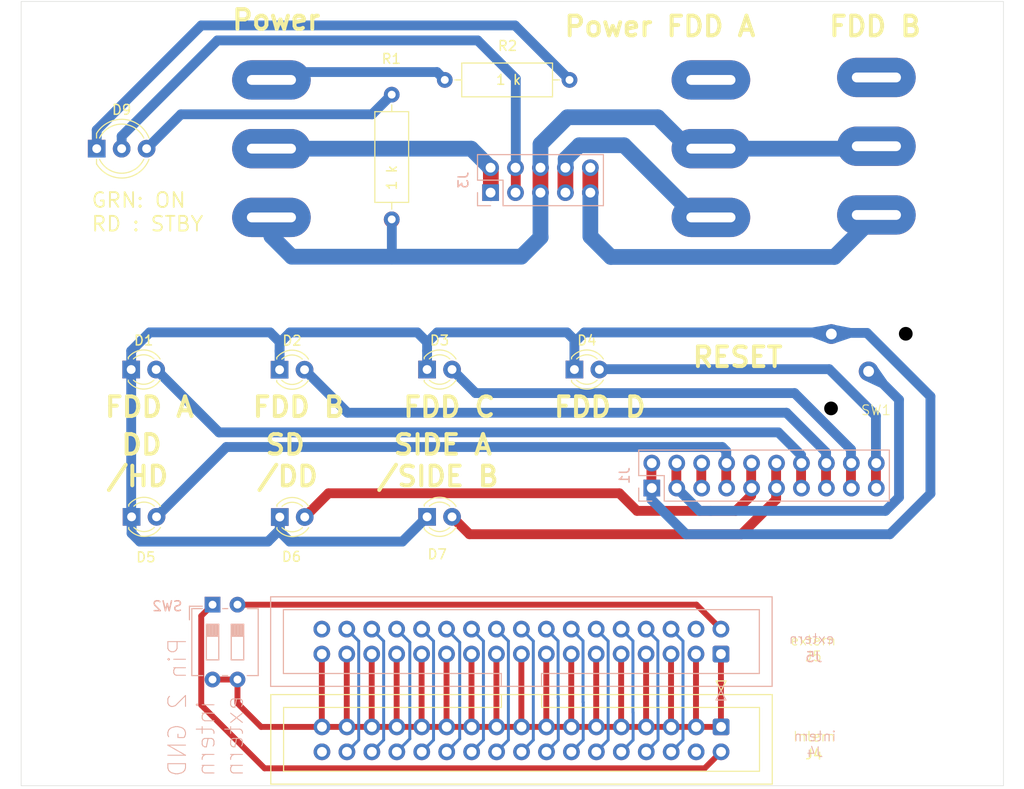
<source format=kicad_pcb>
(kicad_pcb (version 20240108) (generator "pcbnew") (generator_version "8.0")
  (layers (0 "F.Cu" signal) (31 "B.Cu" signal) (34 "B.Paste" user) (35 "F.Paste" user) (36 "B.SilkS" user "B.Silkscreen") (37 "F.SilkS" user "F.Silkscreen") (38 "B.Mask" user) (39 "F.Mask" user) (44 "Edge.Cuts" user))
  (net 0 "")
  (net 1 "Net-(FDD_A1-A)")
  (net 2 "Net-(FDD_A1-B)")
  (net 3 "Net-(Power1-C)")
  (net 4 "Net-(D1-K)")
  (net 5 "Net-(J3-Pin_1)")
  (net 6 "Net-(D9-A1)")
  (net 7 "Net-(D9-A2)")
  (net 9 "Net-(D1-A)")
  (net 10 "Net-(D2-A)")
  (net 11 "Net-(D3-A)")
  (net 12 "Net-(D4-A)")
  (net 13 "Net-(D5-A)")
  (net 14 "Net-(D6-A)")
  (net 15 "Net-(D7-A)")
  (net 16 "unconnected-(J1-Pin_5-Pad5)")
  (net 17 "Net-(J1-Pin_3)")
  (net 18 "Net-(D9-K)")
  (net 19 "Net-(J4-Pin_26)")
  (net 20 "Net-(J4-Pin_1)")
  (net 21 "Net-(J4-Pin_32)")
  (net 22 "Net-(J4-Pin_28)")
  (net 23 "Net-(J4-Pin_8)")
  (net 24 "Net-(J4-Pin_10)")
  (net 25 "Net-(J4-Pin_18)")
  (net 26 "Net-(J4-Pin_16)")
  (net 27 "Net-(J4-Pin_2)")
  (net 28 "Net-(J4-Pin_24)")
  (net 29 "Net-(J4-Pin_12)")
  (net 30 "Net-(J4-Pin_22)")
  (net 31 "Net-(J4-Pin_6)")
  (net 32 "Net-(J4-Pin_20)")
  (net 33 "Net-(J4-Pin_14)")
  (net 34 "Net-(J4-Pin_30)")
  (net 35 "Net-(J5-Pin_2)")
  (net 40 "Net-(FDD_B1-A)")
  (footprint "Connector_IDC:IDC-Header_2x17_P2.54mm_Vertical" (layer "F.Cu") (at 122.7836 105.1052 -90)
    (property "Reference" "J4" (at 2.794 -9.4488 0) (layer "F.SilkS"))
    (property "Value" "Mainboard")
    (pad "1" thru_hole roundrect (at 0 0 270) (size 1.7 1.7) (drill 1) (layers "*.Cu" "*.Mask") (roundrect_rratio 0.147059) (net 20 "Net-(J4-Pin_1)"))
    (pad "2" thru_hole circle (at 2.54 0 270) (size 1.7 1.7) (drill 1) (layers "*.Cu" "*.Mask") (net 27 "Net-(J4-Pin_2)"))
    (pad "3" thru_hole circle (at 0 2.54 270) (size 1.7 1.7) (drill 1) (layers "*.Cu" "*.Mask") (net 20 "Net-(J4-Pin_1)"))
    (pad "4" thru_hole circle (at 2.54 2.54 270) (size 1.7 1.7) (drill 1) (layers "*.Cu" "*.Mask"))
    (pad "5" thru_hole circle (at 0 5.08 270) (size 1.7 1.7) (drill 1) (layers "*.Cu" "*.Mask") (net 20 "Net-(J4-Pin_1)"))
    (pad "6" thru_hole circle (at 2.54 5.08 270) (size 1.7 1.7) (drill 1) (layers "*.Cu" "*.Mask") (net 31 "Net-(J4-Pin_6)"))
    (pad "7" thru_hole circle (at 0 7.62 270) (size 1.7 1.7) (drill 1) (layers "*.Cu" "*.Mask") (net 20 "Net-(J4-Pin_1)"))
    (pad "8" thru_hole circle (at 2.54 7.62 270) (size 1.7 1.7) (drill 1) (layers "*.Cu" "*.Mask") (net 23 "Net-(J4-Pin_8)"))
    (pad "9" thru_hole circle (at 0 10.16 270) (size 1.7 1.7) (drill 1) (layers "*.Cu" "*.Mask") (net 20 "Net-(J4-Pin_1)"))
    (pad "10" thru_hole circle (at 2.54 10.16 270) (size 1.7 1.7) (drill 1) (layers "*.Cu" "*.Mask") (net 24 "Net-(J4-Pin_10)"))
    (pad "11" thru_hole circle (at 0 12.7 270) (size 1.7 1.7) (drill 1) (layers "*.Cu" "*.Mask") (net 20 "Net-(J4-Pin_1)"))
    (pad "12" thru_hole circle (at 2.54 12.7 270) (size 1.7 1.7) (drill 1) (layers "*.Cu" "*.Mask") (net 29 "Net-(J4-Pin_12)"))
    (pad "13" thru_hole circle (at 0 15.24 270) (size 1.7 1.7) (drill 1) (layers "*.Cu" "*.Mask") (net 20 "Net-(J4-Pin_1)"))
    (pad "14" thru_hole circle (at 2.54 15.24 270) (size 1.7 1.7) (drill 1) (layers "*.Cu" "*.Mask") (net 33 "Net-(J4-Pin_14)"))
    (pad "15" thru_hole circle (at 0 17.78 270) (size 1.7 1.7) (drill 1) (layers "*.Cu" "*.Mask") (net 20 "Net-(J4-Pin_1)"))
    (pad "16" thru_hole circle (at 2.54 17.78 270) (size 1.7 1.7) (drill 1) (layers "*.Cu" "*.Mask") (net 26 "Net-(J4-Pin_16)"))
    (pad "17" thru_hole circle (at 0 20.32 270) (size 1.7 1.7) (drill 1) (layers "*.Cu" "*.Mask") (net 20 "Net-(J4-Pin_1)"))
    (pad "18" thru_hole circle (at 2.54 20.32 270) (size 1.7 1.7) (drill 1) (layers "*.Cu" "*.Mask") (net 25 "Net-(J4-Pin_18)"))
    (pad "19" thru_hole circle (at 0 22.86 270) (size 1.7 1.7) (drill 1) (layers "*.Cu" "*.Mask") (net 20 "Net-(J4-Pin_1)"))
    (pad "20" thru_hole circle (at 2.54 22.86 270) (size 1.7 1.7) (drill 1) (layers "*.Cu" "*.Mask") (net 32 "Net-(J4-Pin_20)"))
    (pad "21" thru_hole circle (at 0 25.4 270) (size 1.7 1.7) (drill 1) (layers "*.Cu" "*.Mask") (net 20 "Net-(J4-Pin_1)"))
    (pad "22" thru_hole circle (at 2.54 25.4 270) (size 1.7 1.7) (drill 1) (layers "*.Cu" "*.Mask") (net 30 "Net-(J4-Pin_22)"))
    (pad "23" thru_hole circle (at 0 27.94 270) (size 1.7 1.7) (drill 1) (layers "*.Cu" "*.Mask") (net 20 "Net-(J4-Pin_1)"))
    (pad "24" thru_hole circle (at 2.54 27.94 270) (size 1.7 1.7) (drill 1) (layers "*.Cu" "*.Mask") (net 28 "Net-(J4-Pin_24)"))
    (pad "25" thru_hole circle (at 0 30.48 270) (size 1.7 1.7) (drill 1) (layers "*.Cu" "*.Mask") (net 20 "Net-(J4-Pin_1)"))
    (pad "26" thru_hole circle (at 2.54 30.48 270) (size 1.7 1.7) (drill 1) (layers "*.Cu" "*.Mask") (net 19 "Net-(J4-Pin_26)"))
    (pad "27" thru_hole circle (at 0 33.02 270) (size 1.7 1.7) (drill 1) (layers "*.Cu" "*.Mask") (net 20 "Net-(J4-Pin_1)"))
    (pad "28" thru_hole circle (at 2.54 33.02 270) (size 1.7 1.7) (drill 1) (layers "*.Cu" "*.Mask") (net 22 "Net-(J4-Pin_28)"))
    (pad "29" thru_hole circle (at 0 35.56 270) (size 1.7 1.7) (drill 1) (layers "*.Cu" "*.Mask") (net 20 "Net-(J4-Pin_1)"))
    (pad "30" thru_hole circle (at 2.54 35.56 270) (size 1.7 1.7) (drill 1) (layers "*.Cu" "*.Mask") (net 34 "Net-(J4-Pin_30)"))
    (pad "31" thru_hole circle (at 0 38.1 270) (size 1.7 1.7) (drill 1) (layers "*.Cu" "*.Mask") (net 20 "Net-(J4-Pin_1)"))
    (pad "32" thru_hole circle (at 2.54 38.1 270) (size 1.7 1.7) (drill 1) (layers "*.Cu" "*.Mask") (net 21 "Net-(J4-Pin_32)"))
    (pad "33" thru_hole circle (at 0 40.64 270) (size 1.7 1.7) (drill 1) (layers "*.Cu" "*.Mask") (net 20 "Net-(J4-Pin_1)"))
    (pad "34" thru_hole circle (at 2.54 40.64 270) (size 1.7 1.7) (drill 1) (layers "*.Cu" "*.Mask"))
  )
  (footprint "LED_THT:LED_D3.0mm" (layer "F.Cu") (at 92.8484 68.7164)
    (property "Reference" "D3" (at 1.27 -2.96 0) (layer "F.SilkS"))
    (property "Value" "LW C")
    (pad "1" thru_hole rect (at 0 0) (size 1.8 1.8) (drill 0.9) (layers "*.Cu" "*.Mask") (net 4 "Net-(D1-K)"))
    (pad "2" thru_hole circle (at 2.54 0) (size 1.8 1.8) (drill 0.9) (layers "*.Cu" "*.Mask") (net 11 "Net-(D3-A)"))
  )
  (footprint "LED_THT:LED_D3.0mm" (layer "F.Cu") (at 62.7584 83.7164)
    (property "Reference" "D5" (at 1.4528 4.1168 0) (layer "F.SilkS"))
    (property "Value" "BS")
    (pad "1" thru_hole rect (at 0 0) (size 1.8 1.8) (drill 0.9) (layers "*.Cu" "*.Mask") (net 4 "Net-(D1-K)"))
    (pad "2" thru_hole circle (at 2.54 0) (size 1.8 1.8) (drill 0.9) (layers "*.Cu" "*.Mask") (net 13 "Net-(D5-A)"))
  )
  (footprint "MountingHole:MountingHole_3.2mm_M3" (layer "F.Cu") (at 54.5084 84.5312)
    (property "Reference" "H12" (hide yes))
    (property "Value" "MountingHole")
    (pad "" np_thru_hole circle (at 0 0) (size 3.2 3.2) (drill 3.2) (layers "*.Cu" "*.Mask"))
  )
  (footprint "LED_THT:LED_D3.0mm" (layer "F.Cu") (at 62.7184 68.7164)
    (property "Reference" "D1" (at 1.27 -2.96 0) (layer "F.SilkS"))
    (property "Value" "LW A")
    (pad "1" thru_hole rect (at 0 0) (size 1.8 1.8) (drill 0.9) (layers "*.Cu" "*.Mask") (net 4 "Net-(D1-K)"))
    (pad "2" thru_hole circle (at 2.54 0) (size 1.8 1.8) (drill 0.9) (layers "*.Cu" "*.Mask") (net 9 "Net-(D1-A)"))
  )
  (footprint "LED_THT:LED_D3.0mm" (layer "F.Cu") (at 92.8484 83.7164)
    (property "Reference" "D7" (at 1.03 3.812 0) (layer "F.SilkS"))
    (property "Value" "Side")
    (pad "1" thru_hole rect (at 0 0) (size 1.8 1.8) (drill 0.9) (layers "*.Cu" "*.Mask") (net 4 "Net-(D1-K)"))
    (pad "2" thru_hole circle (at 2.54 0) (size 1.8 1.8) (drill 0.9) (layers "*.Cu" "*.Mask") (net 15 "Net-(D7-A)"))
  )
  (footprint "MountingHole:MountingHole_3.2mm_M3" (layer "F.Cu") (at 54.498 37.728)
    (property "Reference" "H1" (hide yes))
    (property "Value" "MountingHole" (hide yes))
    (pad "" np_thru_hole circle (at 0 0) (size 3.2 3.2) (drill 3.2) (layers "*.Cu" "*.Mask"))
  )
  (footprint "LED_THT:LED_D5.0mm-3" (layer "F.Cu") (at 59.208 46.228)
    (property "Reference" "D9" (at 2.54 -3.96 0) (layer "F.SilkS"))
    (property "Value" "LED_Dual_AKA")
    (pad "1" thru_hole rect (at 0 0) (size 1.8 1.8) (drill 0.9) (layers "*.Cu" "*.Mask") (net 6 "Net-(D9-A1)"))
    (pad "2" thru_hole circle (at 2.54 0) (size 1.8 1.8) (drill 0.9) (layers "*.Cu" "*.Mask") (net 18 "Net-(D9-K)"))
    (pad "3" thru_hole circle (at 5.08 0) (size 1.8 1.8) (drill 0.9) (layers "*.Cu" "*.Mask") (net 7 "Net-(D9-A2)"))
  )
  (footprint "LED_THT:LED_D3.0mm" (layer "F.Cu") (at 77.8284 68.7364)
    (property "Reference" "D2" (at 1.27 -2.96 0) (layer "F.SilkS"))
    (property "Value" "LW B")
    (pad "1" thru_hole rect (at 0 0) (size 1.8 1.8) (drill 0.9) (layers "*.Cu" "*.Mask") (net 4 "Net-(D1-K)"))
    (pad "2" thru_hole circle (at 2.54 0) (size 1.8 1.8) (drill 0.9) (layers "*.Cu" "*.Mask") (net 10 "Net-(D2-A)"))
  )
  (footprint "MountingHole:MountingHole_3.2mm_M3" (layer "F.Cu") (at 148.5084 67.7164)
    (property "Reference" "H3" (hide yes))
    (property "Value" "MountingHole" (hide yes))
    (pad "" np_thru_hole circle (at 0 0) (size 3.2 3.2) (drill 3.2) (layers "*.Cu" "*.Mask"))
  )
  (footprint "MountingHole:MountingHole_3.2mm_M3" (layer "F.Cu") (at 148.498 37.728)
    (property "Reference" "H2" (hide yes))
    (property "Value" "MountingHole" (hide yes))
    (pad "" np_thru_hole circle (at 0 0) (size 3.2 3.2) (drill 3.2) (layers "*.Cu" "*.Mask"))
  )
  (footprint "MountingHole:MountingHole_3.2mm_M3" (layer "F.Cu") (at 148.4884 54.5592)
    (property "Reference" "H9" (hide yes))
    (property "Value" "MountingHole")
    (pad "" np_thru_hole circle (at 0 0) (size 3.2 3.2) (drill 3.2) (layers "*.Cu" "*.Mask"))
  )
  (footprint "MountingHole:MountingHole_3.2mm_M3" (layer "F.Cu") (at 54.5084 67.7164)
    (property "Reference" "H4" (hide yes))
    (property "Value" "MountingHole" (hide yes))
    (pad "" np_thru_hole circle (at 0 0) (size 3.2 3.2) (drill 3.2) (layers "*.Cu" "*.Mask"))
  )
  (footprint "Library:MTG" (layer "F.Cu") (at 137.3484 93.2364)
    (property "Reference" "SW1" (at 1.21 -20.38 0) (layer "F.SilkS") (effects (font (thickness 0.1))))
    (property "Value" "SW_Push")
    (pad "" np_thru_hole circle (at -3.37 -20.56) (size 1.4 1.4) (drill 1.4) (layers "*.Mask"))
    (pad "" np_thru_hole circle (at 4.24 -28.16) (size 1.4 1.4) (drill 1.4) (layers "*.Mask"))
    (pad "1" thru_hole circle (at -3.34 -28.13) (size 2 2) (drill 1.1) (layers "*.Cu" "*.Mask") (net 4 "Net-(D1-K)"))
    (pad "2" thru_hole circle (at 0.455 -24.335) (size 2 2) (drill 1.1) (layers "*.Cu" "*.Mask") (net 17 "Net-(J1-Pin_3)"))
  )
  (footprint "MountingHole:MountingHole_3.2mm_M3" (layer "F.Cu") (at 59.8424 106.3752)
    (property "Reference" "H6" (hide yes))
    (property "Value" "MountingHole")
    (pad "" np_thru_hole circle (at 0 0) (size 3.2 3.2) (drill 3.2) (layers "*.Cu" "*.Mask"))
  )
  (footprint "MountingHole:MountingHole_3.2mm_M3" (layer "F.Cu") (at 54.5084 54.5592)
    (property "Reference" "H11" (hide yes))
    (property "Value" "MountingHole")
    (pad "" np_thru_hole circle (at 0 0) (size 3.2 3.2) (drill 3.2) (layers "*.Cu" "*.Mask"))
  )
  (footprint "LED_THT:LED_D3.0mm" (layer "F.Cu") (at 107.8484 68.7164)
    (property "Reference" "D4" (at 1.27 -2.96 0) (layer "F.SilkS"))
    (property "Value" "LW D")
    (pad "1" thru_hole rect (at 0 0) (size 1.8 1.8) (drill 0.9) (layers "*.Cu" "*.Mask") (net 4 "Net-(D1-K)"))
    (pad "2" thru_hole circle (at 2.54 0) (size 1.8 1.8) (drill 0.9) (layers "*.Cu" "*.Mask") (net 12 "Net-(D4-A)"))
  )
  (footprint "MountingHole:MountingHole_3.2mm_M3" (layer "F.Cu") (at 59.7916 96.3676)
    (property "Reference" "H5" (hide yes))
    (property "Value" "MountingHole")
    (pad "" np_thru_hole circle (at 0 0) (size 3.2 3.2) (drill 3.2) (layers "*.Cu" "*.Mask"))
  )
  (footprint "MountingHole:MountingHole_3.2mm_M3" (layer "F.Cu") (at 139.8524 106.3752)
    (property "Reference" "H8" (hide yes))
    (property "Value" "MountingHole")
    (pad "" np_thru_hole circle (at 0 0) (size 3.2 3.2) (drill 3.2) (layers "*.Cu" "*.Mask"))
  )
  (footprint "LED_THT:LED_D3.0mm" (layer "F.Cu") (at 77.8484 83.7364)
    (property "Reference" "D6" (at 1.1964 4.046 0) (layer "F.SilkS"))
    (property "Value" "DD")
    (pad "1" thru_hole rect (at 0 0) (size 1.8 1.8) (drill 0.9) (layers "*.Cu" "*.Mask") (net 4 "Net-(D1-K)"))
    (pad "2" thru_hole circle (at 2.54 0) (size 1.8 1.8) (drill 0.9) (layers "*.Cu" "*.Mask") (net 14 "Net-(D6-A)"))
  )
  (footprint "MountingHole:MountingHole_3.2mm_M3" (layer "F.Cu") (at 139.8016 96.3676)
    (property "Reference" "H7" (hide yes))
    (property "Value" "MountingHole")
    (pad "" np_thru_hole circle (at 0 0) (size 3.2 3.2) (drill 3.2) (layers "*.Cu" "*.Mask"))
  )
  (footprint "MountingHole:MountingHole_3.2mm_M3" (layer "F.Cu") (at 148.4884 84.5312)
    (property "Reference" "H10" (hide yes))
    (property "Value" "MountingHole")
    (pad "" np_thru_hole circle (at 0 0) (size 3.2 3.2) (drill 3.2) (layers "*.Cu" "*.Mask"))
  )
  (footprint "Resistor_THT:R_Axial_DIN0309_L9.0mm_D3.2mm_P12.70mm_Horizontal" (layer "F.Cu") (at 89.248 40.728 -90)
    (property "Reference" "R1" (at -3.644 0.0432 0) (layer "F.SilkS"))
    (property "Value" "1 k" (at 8.4464 -0.0076 90) (layer "F.SilkS"))
    (pad "1" thru_hole circle (at 0 0 270) (size 1.6 1.6) (drill 0.8) (layers "*.Cu" "*.Mask") (net 7 "Net-(D9-A2)"))
    (pad "2" thru_hole oval (at 12.7 0 270) (size 1.6 1.6) (drill 0.8) (layers "*.Cu" "*.Mask") (net 2 "Net-(FDD_A1-B)"))
  )
  (footprint "Library:MARQUARDT KIPP 1813.1102" (layer "F.Cu") (at 121.948 63.328)
    (property "Reference" "FDD_A1" (hide yes))
    (property "Value" "SW2")
    (pad "1" thru_hole oval (at -0.2 -24.1) (size 8 4) (drill oval 5 1) (layers "*.Cu" "*.Mask"))
    (pad "2" thru_hole oval (at -0.2 -17.1) (size 8 4) (drill oval 5 1) (layers "*.Cu" "*.Mask") (net 2 "Net-(FDD_A1-B)"))
    (pad "3" thru_hole oval (at -0.2 -10.1) (size 8 4) (drill oval 5 1) (layers "*.Cu" "*.Mask") (net 1 "Net-(FDD_A1-A)"))
  )
  (footprint "Library:MARQUARDT KIPP 1813.1102" (layer "F.Cu") (at 77.198 63.328)
    (property "Reference" "Power1" (hide yes))
    (property "Value" "SW1")
    (pad "1" thru_hole oval (at -0.2 -24.1) (size 8 4) (drill oval 5 1) (layers "*.Cu" "*.Mask") (net 3 "Net-(Power1-C)"))
    (pad "2" thru_hole oval (at -0.2 -17.1) (size 8 4) (drill oval 5 1) (layers "*.Cu" "*.Mask") (net 5 "Net-(J3-Pin_1)"))
    (pad "3" thru_hole oval (at -0.2 -10.1) (size 8 4) (drill oval 5 1) (layers "*.Cu" "*.Mask") (net 2 "Net-(FDD_A1-B)"))
  )
  (footprint "Library:MARQUARDT KIPP 1813.1102" (layer "F.Cu") (at 138.798 63.078)
    (property "Reference" "FDD_B1" (hide yes))
    (property "Value" "SW3")
    (pad "1" thru_hole oval (at -0.2 -24.1) (size 8 4) (drill oval 5 1) (layers "*.Cu" "*.Mask"))
    (pad "2" thru_hole oval (at -0.2 -17.1) (size 8 4) (drill oval 5 1) (layers "*.Cu" "*.Mask") (net 2 "Net-(FDD_A1-B)"))
    (pad "3" thru_hole oval (at -0.2 -10.1) (size 8 4) (drill oval 5 1) (layers "*.Cu" "*.Mask") (net 40 "Net-(FDD_B1-A)"))
  )
  (footprint "Resistor_THT:R_Axial_DIN0309_L9.0mm_D3.2mm_P12.70mm_Horizontal" (layer "F.Cu") (at 107.348 39.228 180)
    (property "Reference" "R2" (at 6.3068 3.4648 0) (layer "F.SilkS"))
    (property "Value" "1 k" (at 6.2052 0.0104 0) (layer "F.SilkS"))
    (pad "1" thru_hole circle (at 0 0 180) (size 1.6 1.6) (drill 0.8) (layers "*.Cu" "*.Mask") (net 6 "Net-(D9-A1)"))
    (pad "2" thru_hole oval (at 12.7 0 180) (size 1.6 1.6) (drill 0.8) (layers "*.Cu" "*.Mask") (net 3 "Net-(Power1-C)"))
  )
  (footprint "Button_Switch_THT:SW_DIP_SPSTx02_Slide_6.7x6.64mm_W7.62mm_P2.54mm_LowProfile" (layer "B.Cu") (at 71.0004 92.6596 -90)
    (property "Reference" "SW2" (at 0.152 4.6048 0) (layer "B.SilkS") (effects (justify mirror)))
    (property "Value" "SW_DIP_x02")
    (pad "1" thru_hole rect (at 0 0 270) (size 1.6 1.6) (drill 0.8) (layers "*.Cu" "*.Mask") (net 27 "Net-(J4-Pin_2)"))
    (pad "2" thru_hole oval (at 0 -2.54 270) (size 1.6 1.6) (drill 0.8) (layers "*.Cu" "*.Mask") (net 35 "Net-(J5-Pin_2)"))
    (pad "3" thru_hole oval (at 7.62 -2.54 270) (size 1.6 1.6) (drill 0.8) (layers "*.Cu" "*.Mask") (net 20 "Net-(J4-Pin_1)"))
    (pad "4" thru_hole oval (at 7.62 0 270) (size 1.6 1.6) (drill 0.8) (layers "*.Cu" "*.Mask") (net 20 "Net-(J4-Pin_1)"))
  )
  (footprint "Connector_IDC:IDC-Header_2x17_P2.54mm_Vertical" (layer "B.Cu") (at 122.7676 97.6884 90)
    (property "Reference" "J5" (at -0.3048 9.4648 0) (layer "B.SilkS") (effects (justify mirror)))
    (property "Value" "FDD extern")
    (pad "1" thru_hole roundrect (at 0 0 90) (size 1.7 1.7) (drill 1) (layers "*.Cu" "*.Mask") (roundrect_rratio 0.147059) (net 20 "Net-(J4-Pin_1)"))
    (pad "2" thru_hole circle (at 2.54 0 90) (size 1.7 1.7) (drill 1) (layers "*.Cu" "*.Mask") (net 35 "Net-(J5-Pin_2)"))
    (pad "3" thru_hole circle (at 0 -2.54 90) (size 1.7 1.7) (drill 1) (layers "*.Cu" "*.Mask") (net 20 "Net-(J4-Pin_1)"))
    (pad "4" thru_hole circle (at 2.54 -2.54 90) (size 1.7 1.7) (drill 1) (layers "*.Cu" "*.Mask"))
    (pad "5" thru_hole circle (at 0 -5.08 90) (size 1.7 1.7) (drill 1) (layers "*.Cu" "*.Mask") (net 20 "Net-(J4-Pin_1)"))
    (pad "6" thru_hole circle (at 2.54 -5.08 90) (size 1.7 1.7) (drill 1) (layers "*.Cu" "*.Mask") (net 31 "Net-(J4-Pin_6)"))
    (pad "7" thru_hole circle (at 0 -7.62 90) (size 1.7 1.7) (drill 1) (layers "*.Cu" "*.Mask") (net 20 "Net-(J4-Pin_1)"))
    (pad "8" thru_hole circle (at 2.54 -7.62 90) (size 1.7 1.7) (drill 1) (layers "*.Cu" "*.Mask") (net 23 "Net-(J4-Pin_8)"))
    (pad "9" thru_hole circle (at 0 -10.16 90) (size 1.7 1.7) (drill 1) (layers "*.Cu" "*.Mask") (net 20 "Net-(J4-Pin_1)"))
    (pad "10" thru_hole circle (at 2.54 -10.16 90) (size 1.7 1.7) (drill 1) (layers "*.Cu" "*.Mask") (net 24 "Net-(J4-Pin_10)"))
    (pad "11" thru_hole circle (at 0 -12.7 90) (size 1.7 1.7) (drill 1) (layers "*.Cu" "*.Mask") (net 20 "Net-(J4-Pin_1)"))
    (pad "12" thru_hole circle (at 2.54 -12.7 90) (size 1.7 1.7) (drill 1) (layers "*.Cu" "*.Mask") (net 29 "Net-(J4-Pin_12)"))
    (pad "13" thru_hole circle (at 0 -15.24 90) (size 1.7 1.7) (drill 1) (layers "*.Cu" "*.Mask") (net 20 "Net-(J4-Pin_1)"))
    (pad "14" thru_hole circle (at 2.54 -15.24 90) (size 1.7 1.7) (drill 1) (layers "*.Cu" "*.Mask") (net 33 "Net-(J4-Pin_14)"))
    (pad "15" thru_hole circle (at 0 -17.78 90) (size 1.7 1.7) (drill 1) (layers "*.Cu" "*.Mask") (net 20 "Net-(J4-Pin_1)"))
    (pad "16" thru_hole circle (at 2.54 -17.78 90) (size 1.7 1.7) (drill 1) (layers "*.Cu" "*.Mask") (net 26 "Net-(J4-Pin_16)"))
    (pad "17" thru_hole circle (at 0 -20.32 90) (size 1.7 1.7) (drill 1) (layers "*.Cu" "*.Mask") (net 20 "Net-(J4-Pin_1)"))
    (pad "18" thru_hole circle (at 2.54 -20.32 90) (size 1.7 1.7) (drill 1) (layers "*.Cu" "*.Mask") (net 25 "Net-(J4-Pin_18)"))
    (pad "19" thru_hole circle (at 0 -22.86 90) (size 1.7 1.7) (drill 1) (layers "*.Cu" "*.Mask") (net 20 "Net-(J4-Pin_1)"))
    (pad "20" thru_hole circle (at 2.54 -22.86 90) (size 1.7 1.7) (drill 1) (layers "*.Cu" "*.Mask") (net 32 "Net-(J4-Pin_20)"))
    (pad "21" thru_hole circle (at 0 -25.4 90) (size 1.7 1.7) (drill 1) (layers "*.Cu" "*.Mask") (net 20 "Net-(J4-Pin_1)"))
    (pad "22" thru_hole circle (at 2.54 -25.4 90) (size 1.7 1.7) (drill 1) (layers "*.Cu" "*.Mask") (net 30 "Net-(J4-Pin_22)"))
    (pad "23" thru_hole circle (at 0 -27.94 90) (size 1.7 1.7) (drill 1) (layers "*.Cu" "*.Mask") (net 20 "Net-(J4-Pin_1)"))
    (pad "24" thru_hole circle (at 2.54 -27.94 90) (size 1.7 1.7) (drill 1) (layers "*.Cu" "*.Mask") (net 28 "Net-(J4-Pin_24)"))
    (pad "25" thru_hole circle (at 0 -30.48 90) (size 1.7 1.7) (drill 1) (layers "*.Cu" "*.Mask") (net 20 "Net-(J4-Pin_1)"))
    (pad "26" thru_hole circle (at 2.54 -30.48 90) (size 1.7 1.7) (drill 1) (layers "*.Cu" "*.Mask") (net 19 "Net-(J4-Pin_26)"))
    (pad "27" thru_hole circle (at 0 -33.02 90) (size 1.7 1.7) (drill 1) (layers "*.Cu" "*.Mask") (net 20 "Net-(J4-Pin_1)"))
    (pad "28" thru_hole circle (at 2.54 -33.02 90) (size 1.7 1.7) (drill 1) (layers "*.Cu" "*.Mask") (net 22 "Net-(J4-Pin_28)"))
    (pad "29" thru_hole circle (at 0 -35.56 90) (size 1.7 1.7) (drill 1) (layers "*.Cu" "*.Mask") (net 20 "Net-(J4-Pin_1)"))
    (pad "30" thru_hole circle (at 2.54 -35.56 90) (size 1.7 1.7) (drill 1) (layers "*.Cu" "*.Mask") (net 34 "Net-(J4-Pin_30)"))
    (pad "31" thru_hole circle (at 0 -38.1 90) (size 1.7 1.7) (drill 1) (layers "*.Cu" "*.Mask") (net 20 "Net-(J4-Pin_1)"))
    (pad "32" thru_hole circle (at 2.54 -38.1 90) (size 1.7 1.7) (drill 1) (layers "*.Cu" "*.Mask") (net 21 "Net-(J4-Pin_32)"))
    (pad "33" thru_hole circle (at 0 -40.64 90) (size 1.7 1.7) (drill 1) (layers "*.Cu" "*.Mask") (net 20 "Net-(J4-Pin_1)"))
    (pad "34" thru_hole circle (at 2.54 -40.64 90) (size 1.7 1.7) (drill 1) (layers "*.Cu" "*.Mask"))
  )
  (footprint "Connector_PinSocket_2.54mm:PinSocket_2x10_P2.54mm_Vertical" (layer "B.Cu") (at 115.7264 80.786 -90)
    (property "Reference" "J1" (at -1.27 2.77 90) (layer "B.SilkS") (effects (justify mirror)))
    (property "Value" "Conn_02x10_Odd_Even" (hide yes))
    (pad "1" thru_hole rect (at 0 0 270) (size 1.7 1.7) (drill 1) (layers "*.Cu" "*.Mask") (net 4 "Net-(D1-K)"))
    (pad "2" thru_hole oval (at -2.54 0 270) (size 1.7 1.7) (drill 1) (layers "*.Cu" "*.Mask") (net 4 "Net-(D1-K)"))
    (pad "3" thru_hole oval (at 0 -2.54 270) (size 1.7 1.7) (drill 1) (layers "*.Cu" "*.Mask") (net 17 "Net-(J1-Pin_3)"))
    (pad "4" thru_hole oval (at -2.54 -2.54 270) (size 1.7 1.7) (drill 1) (layers "*.Cu" "*.Mask") (net 17 "Net-(J1-Pin_3)"))
    (pad "5" thru_hole oval (at 0 -5.08 270) (size 1.7 1.7) (drill 1) (layers "*.Cu" "*.Mask") (net 16 "unconnected-(J1-Pin_5-Pad5)"))
    (pad "6" thru_hole oval (at -2.54 -5.08 270) (size 1.7 1.7) (drill 1) (layers "*.Cu" "*.Mask") (net 16 "unconnected-(J1-Pin_5-Pad5)"))
    (pad "7" thru_hole oval (at 0 -7.62 270) (size 1.7 1.7) (drill 1) (layers "*.Cu" "*.Mask") (net 13 "Net-(D5-A)"))
    (pad "8" thru_hole oval (at -2.54 -7.62 270) (size 1.7 1.7) (drill 1) (layers "*.Cu" "*.Mask") (net 13 "Net-(D5-A)"))
    (pad "9" thru_hole oval (at 0 -10.16 270) (size 1.7 1.7) (drill 1) (layers "*.Cu" "*.Mask") (net 14 "Net-(D6-A)"))
    (pad "10" thru_hole oval (at -2.54 -10.16 270) (size 1.7 1.7) (drill 1) (layers "*.Cu" "*.Mask") (net 14 "Net-(D6-A)"))
    (pad "11" thru_hole oval (at 0 -12.7 270) (size 1.7 1.7) (drill 1) (layers "*.Cu" "*.Mask") (net 15 "Net-(D7-A)"))
    (pad "12" thru_hole oval (at -2.54 -12.7 270) (size 1.7 1.7) (drill 1) (layers "*.Cu" "*.Mask") (net 15 "Net-(D7-A)"))
    (pad "13" thru_hole oval (at 0 -15.24 270) (size 1.7 1.7) (drill 1) (layers "*.Cu" "*.Mask") (net 9 "Net-(D1-A)"))
    (pad "14" thru_hole oval (at -2.54 -15.24 270) (size 1.7 1.7) (drill 1) (layers "*.Cu" "*.Mask") (net 9 "Net-(D1-A)"))
    (pad "15" thru_hole oval (at 0 -17.78 270) (size 1.7 1.7) (drill 1) (layers "*.Cu" "*.Mask") (net 10 "Net-(D2-A)"))
    (pad "16" thru_hole oval (at -2.54 -17.78 270) (size 1.7 1.7) (drill 1) (layers "*.Cu" "*.Mask") (net 10 "Net-(D2-A)"))
    (pad "17" thru_hole oval (at 0 -20.32 270) (size 1.7 1.7) (drill 1) (layers "*.Cu" "*.Mask") (net 11 "Net-(D3-A)"))
    (pad "18" thru_hole oval (at -2.54 -20.32 270) (size 1.7 1.7) (drill 1) (layers "*.Cu" "*.Mask") (net 11 "Net-(D3-A)"))
    (pad "19" thru_hole oval (at 0 -22.86 270) (size 1.7 1.7) (drill 1) (layers "*.Cu" "*.Mask") (net 12 "Net-(D4-A)"))
    (pad "20" thru_hole oval (at -2.54 -22.86 270) (size 1.7 1.7) (drill 1) (layers "*.Cu" "*.Mask") (net 12 "Net-(D4-A)"))
  )
  (footprint "Connector_PinSocket_2.54mm:PinSocket_2x05_P2.54mm_Vertical" (layer "B.Cu") (at 99.3112 50.7044 -90)
    (property "Reference" "J3" (at -1.27 2.77 90) (layer "B.SilkS") (effects (justify mirror)))
    (property "Value" "Conn_02x05_Odd_Even" (hide yes))
    (pad "1" thru_hole rect (at 0 0 270) (size 1.7 1.7) (drill 1) (layers "*.Cu" "*.Mask") (net 5 "Net-(J3-Pin_1)"))
    (pad "2" thru_hole oval (at -2.54 0 270) (size 1.7 1.7) (drill 1) (layers "*.Cu" "*.Mask") (net 5 "Net-(J3-Pin_1)"))
    (pad "3" thru_hole oval (at 0 -2.54 270) (size 1.7 1.7) (drill 1) (layers "*.Cu" "*.Mask") (net 18 "Net-(D9-K)"))
    (pad "4" thru_hole oval (at -2.54 -2.54 270) (size 1.7 1.7) (drill 1) (layers "*.Cu" "*.Mask") (net 18 "Net-(D9-K)"))
    (pad "5" thru_hole oval (at 0 -5.08 270) (size 1.7 1.7) (drill 1) (layers "*.Cu" "*.Mask") (net 2 "Net-(FDD_A1-B)"))
    (pad "6" thru_hole oval (at -2.54 -5.08 270) (size 1.7 1.7) (drill 1) (layers "*.Cu" "*.Mask") (net 2 "Net-(FDD_A1-B)"))
    (pad "7" thru_hole oval (at 0 -7.62 270) (size 1.7 1.7) (drill 1) (layers "*.Cu" "*.Mask") (net 1 "Net-(FDD_A1-A)"))
    (pad "8" thru_hole oval (at -2.54 -7.62 270) (size 1.7 1.7) (drill 1) (layers "*.Cu" "*.Mask") (net 1 "Net-(FDD_A1-A)"))
    (pad "9" thru_hole oval (at 0 -10.16 270) (size 1.7 1.7) (drill 1) (layers "*.Cu" "*.Mask") (net 40 "Net-(FDD_B1-A)"))
    (pad "10" thru_hole oval (at -2.54 -10.16 270) (size 1.7 1.7) (drill 1) (layers "*.Cu" "*.Mask") (net 40 "Net-(FDD_B1-A)"))
  )
  (gr_rect (start 51.5112 31.242) (end 151.5364 111.0996) (stroke (width 0.05)) (fill none) (layer "Edge.Cuts"))
  (gr_text "Pin 2 GND\nintern\nextern" (at 74.2696 110.2868 90) (layer "B.SilkS") (effects (font (size 1.8 1.8) (thickness 0.1)) (justify right bottom mirror)))
  (gr_text "intern\nJ4" (at 132.334 108.2548 0) (layer "B.SilkS") (effects (font (size 1 1) (thickness 0.1)) (justify bottom mirror)))
  (gr_text "extern" (at 134.366 96.7232 0) (layer "B.SilkS") (effects (font (size 1 1) (thickness 0.1)) (justify left bottom mirror)))
  (gr_text "GRN: ON\nRD : STBY" (at 58.5724 54.7624 0) (layer "F.SilkS") (effects (font (size 1.5 1.5) (thickness 0.1875)) (justify left bottom)))
  (gr_text "Power FDD A     FDD B\n" (at 106.6292 34.9504 0) (layer "F.SilkS") (effects (font (size 2 2) (thickness 0.4) (bold yes)) (justify left bottom)))
  (gr_text "RESET" (at 119.6848 68.6308 0) (layer "F.SilkS") (effects (font (size 2 2) (thickness 0.4) (bold yes)) (justify left bottom)))
  (gr_text "extern\nJ5" (at 132.1816 98.5012 0) (layer "F.SilkS") (effects (font (size 1 1) (thickness 0.1)) (justify bottom)))
  (gr_text "FDD A    FDD B    FDD C    FDD D" (at 59.8424 73.7108 0) (layer "F.SilkS") (effects (font (size 2 2) (thickness 0.4) (bold yes)) (justify left bottom)))
  (gr_text "Intern" (at 130.048 106.68 0) (layer "F.SilkS") (effects (font (size 1 1) (thickness 0.1)) (justify left bottom)))
  (gr_text " DD       SD      SIDE A\n/HD      /DD    /SIDE B" (at 59.9948 80.772 0) (layer "F.SilkS") (effects (font (size 2 2) (thickness 0.4) (bold yes)) (justify left bottom)))
  (gr_text "Power" (at 72.7964 34.29 0) (layer "F.SilkS") (effects (font (size 2 2) (thickness 0.4) (bold yes)) (justify left bottom)))
  (segment (start 120.248 53.228) (end 121.748 53.228) (width 1) (layer "F.Cu") (net 1))
  (segment (start 106.9312 48.1644) (end 106.9312 50.7044) (width 1.6) (layer "F.Cu") (net 1))
  (segment (start 112.898 45.878) (end 120.248 53.228) (width 1.6) (layer "B.Cu") (net 1))
  (segment (start 108.348 45.878) (end 112.898 45.878) (width 1.6) (layer "B.Cu") (net 1))
  (segment (start 106.958 47.268) (end 108.348 45.878) (width 1.6) (layer "B.Cu") (net 1))
  (segment (start 106.958 48.228) (end 106.958 47.268) (width 1.6) (layer "B.Cu") (net 1))
  (segment (start 119.5324 46.228) (end 121.748 46.228) (width 1.6) (layer "F.Cu") (net 2))
  (segment (start 138.348 46.228) (end 138.598 45.978) (width 1) (layer "F.Cu") (net 2))
  (segment (start 104.3912 48.1644) (end 104.3912 50.7044) (width 1.6) (layer "F.Cu") (net 2))
  (segment (start 89.248 53.478) (end 89.2556 53.4856) (width 1) (layer "F.Cu") (net 2))
  (segment (start 89.248 53.428) (end 89.248 53.478) (width 1.6) (layer "F.Cu") (net 2))
  (segment (start 104.3912 45.7736) (end 104.3912 48.1644) (width 1.6) (layer "B.Cu") (net 2))
  (segment (start 104.3912 50.7044) (end 104.3912 55.2196) (width 1.6) (layer "B.Cu") (net 2))
  (segment (start 104.418 45.7468) (end 104.3912 45.7736) (width 0.3) (layer "B.Cu") (net 2))
  (segment (start 89.2556 57.228) (end 79.072 57.228) (width 1.6) (layer "B.Cu") (net 2))
  (segment (start 121.748 46.228) (end 138.348 46.228) (width 1.6) (layer "B.Cu") (net 2))
  (segment (start 104.418 45.7468) (end 107.1372 43.0276) (width 1.6) (layer "B.Cu") (net 2))
  (segment (start 102.4364 57.228) (end 104.418 55.2464) (width 1.6) (layer "B.Cu") (net 2))
  (segment (start 116.332 43.0276) (end 119.5324 46.228) (width 1.6) (layer "B.Cu") (net 2))
  (segment (start 79.072 57.228) (end 76.998 55.154) (width 1.6) (layer "B.Cu") (net 2))
  (segment (start 76.998 55.154) (end 76.998 53.228) (width 1.6) (layer "B.Cu") (net 2))
  (segment (start 104.3912 55.2196) (end 104.418 55.2464) (width 0.3) (layer "B.Cu") (net 2))
  (segment (start 107.1372 43.0276) (end 116.332 43.0276) (width 1.6) (layer "B.Cu") (net 2))
  (segment (start 89.2556 57.228) (end 102.4364 57.228) (width 1.6) (layer "B.Cu") (net 2))
  (segment (start 89.2556 53.4856) (end 89.2556 57.228) (width 1) (layer "B.Cu") (net 2))
  (segment (start 77.798 38.428) (end 76.998 39.228) (width 1) (layer "F.Cu") (net 3))
  (segment (start 93.848 38.428) (end 77.798 38.428) (width 1) (layer "B.Cu") (net 3))
  (segment (start 94.648 39.228) (end 93.848 38.428) (width 1) (layer "B.Cu") (net 3))
  (segment (start 62.7184 83.6764) (end 62.7584 83.7164) (width 1) (layer "F.Cu") (net 4))
  (segment (start 115.6884 78.2164) (end 115.6884 80.7564) (width 1) (layer "F.Cu") (net 4))
  (segment (start 139.97023 85.4864) (end 119.216319 85.4864) (width 1) (layer "B.Cu") (net 4))
  (segment (start 107.8484 65.6944) (end 107.0904 64.9364) (width 1) (layer "B.Cu") (net 4))
  (segment (start 77.8284 66.8364) (end 77.8284 68.7364) (width 1) (layer "B.Cu") (net 4))
  (segment (start 63.5984 86.2364) (end 76.6464 86.2364) (width 1) (layer "B.Cu") (net 4))
  (segment (start 134.0984 64.9864) (end 137.633934 64.9864) (width 1) (layer "B.Cu") (net 4))
  (segment (start 77.8484 83.7364) (end 77.8484 85.2244) (width 1) (layer "B.Cu") (net 4))
  (segment (start 107.8484 65.9564) (end 108.8634 64.9414) (width 1) (layer "B.Cu") (net 4))
  (segment (start 92.8484 66.8164) (end 92.8484 65.9344) (width 1) (layer "B.Cu") (net 4))
  (segment (start 78.8604 86.2364) (end 90.3284 86.2364) (width 1) (layer "B.Cu") (net 4))
  (segment (start 137.633934 64.9864) (end 144.0984 71.450866) (width 1) (layer "B.Cu") (net 4))
  (segment (start 62.7584 83.7164) (end 62.7584 85.3964) (width 1) (layer "B.Cu") (net 4))
  (segment (start 76.6464 86.2364) (end 77.8484 85.0344) (width 1) (layer "B.Cu") (net 4))
  (segment (start 108.8634 64.9414) (end 134.1434 64.9414) (width 1) (layer "B.Cu") (net 4))
  (segment (start 64.5984 64.9364) (end 62.7184 66.8164) (width 1) (layer "B.Cu") (net 4))
  (segment (start 76.8644 64.9364) (end 64.5984 64.9364) (width 1) (layer "B.Cu") (net 4))
  (segment (start 77.8284 65.9004) (end 76.8644 64.9364) (width 1) (layer "B.Cu") (net 4))
  (segment (start 91.8504 64.9364) (end 78.8964 64.9364) (width 1) (layer "B.Cu") (net 4))
  (segment (start 90.3284 86.2364) (end 92.8484 83.7164) (width 1) (layer "B.Cu") (net 4))
  (segment (start 62.7184 66.8164) (end 62.7184 68.7164) (width 1) (layer "B.Cu") (net 4))
  (segment (start 92.8484 65.9344) (end 91.8504 64.9364) (width 1) (layer "B.Cu") (net 4))
  (segment (start 77.8484 85.0344) (end 77.8484 83.7364) (width 1) (layer "B.Cu") (net 4))
  (segment (start 77.8284 66.0044) (end 77.8284 66.8364) (width 1) (layer "B.Cu") (net 4))
  (segment (start 107.8484 68.7164) (end 107.8484 65.9564) (width 1) (layer "B.Cu") (net 4))
  (segment (start 78.8964 64.9364) (end 77.8284 66.0044) (width 1) (layer "B.Cu") (net 4))
  (segment (start 119.216319 85.4864) (end 115.6884 81.958481) (width 1) (layer "B.Cu") (net 4))
  (segment (start 93.8824 64.9364) (end 92.8484 65.9704) (width 1) (layer "B.Cu") (net 4))
  (segment (start 144.0984 71.450866) (end 144.0984 81.35823) (width 1) (layer "B.Cu") (net 4))
  (segment (start 107.0904 64.9364) (end 93.8824 64.9364) (width 1) (layer "B.Cu") (net 4))
  (segment (start 77.8484 85.2244) (end 78.8604 86.2364) (width 1) (layer "B.Cu") (net 4))
  (segment (start 62.7184 68.7164) (end 62.7184 83.6764) (width 1) (layer "B.Cu") (net 4))
  (segment (start 144.0984 81.35823) (end 139.97023 85.4864) (width 1) (layer "B.Cu") (net 4))
  (segment (start 62.7584 85.3964) (end 63.5984 86.2364) (width 1) (layer "B.Cu") (net 4))
  (segment (start 115.6884 81.958481) (end 115.6884 80.7564) (width 1) (layer "B.Cu") (net 4))
  (segment (start 92.8484 66.8164) (end 92.8484 68.7164) (width 1) (layer "B.Cu") (net 4))
  (segment (start 99.338 48.228) (end 99.338 50.768) (width 1.6) (layer "F.Cu") (net 5))
  (segment (start 99.228 48.118) (end 99.228 48.228) (width 1.6) (layer "F.Cu") (net 5))
  (segment (start 76.998 46.228) (end 97.338 46.228) (width 1.6) (layer "B.Cu") (net 5))
  (segment (start 97.338 46.228) (end 99.228 48.118) (width 1.6) (layer "B.Cu") (net 5))
  (segment (start 59.208 44.328) (end 59.208 46.228) (width 1) (layer "B.Cu") (net 6))
  (segment (start 69.8556 33.6804) (end 59.208 44.328) (width 1) (layer "B.Cu") (net 6))
  (segment (start 101.8004 33.6804) (end 69.8556 33.6804) (width 1) (layer "B.Cu") (net 6))
  (segment (start 107.348 39.228) (end 101.8004 33.6804) (width 1) (layer "B.Cu") (net 6))
  (segment (start 89.248 40.728) (end 87.248 42.728) (width 1) (layer "B.Cu") (net 7))
  (segment (start 87.248 42.728) (end 67.788 42.728) (width 1) (layer "B.Cu") (net 7))
  (segment (start 67.788 42.728) (end 64.288 46.228) (width 1) (layer "B.Cu") (net 7))
  (segment (start 130.9284 78.2164) (end 130.9284 80.7564) (width 1) (layer "F.Cu") (net 9))
  (segment (start 128.611802 75.1164) (end 130.9284 77.432998) (width 1) (layer "B.Cu") (net 9))
  (segment (start 130.9284 77.432998) (end 130.9284 78.2164) (width 1) (layer "B.Cu") (net 9))
  (segment (start 65.2584 68.7164) (end 71.6584 75.1164) (width 1) (layer "B.Cu") (net 9))
  (segment (start 71.6584 75.1164) (end 128.611802 75.1164) (width 1) (layer "B.Cu") (net 9))
  (segment (start 133.4684 78.2164) (end 133.4684 80.7564) (width 1) (layer "F.Cu") (net 10))
  (segment (start 84.7484 73.1164) (end 129.44023 73.1164) (width 1) (layer "B.Cu") (net 10))
  (segment (start 80.3684 68.7364) (end 84.7484 73.1164) (width 1) (layer "B.Cu") (net 10))
  (segment (start 129.44023 73.1164) (end 133.4684 77.14457) (width 1) (layer "B.Cu") (net 10))
  (segment (start 133.4684 77.14457) (end 133.4684 78.2164) (width 1) (layer "B.Cu") (net 10))
  (segment (start 136.0084 78.2164) (end 136.0084 80.7564) (width 1) (layer "F.Cu") (net 11))
  (segment (start 95.3884 68.7164) (end 97.7884 71.1164) (width 1) (layer "B.Cu") (net 11))
  (segment (start 97.7884 71.1164) (end 130.268658 71.1164) (width 1) (layer "B.Cu") (net 11))
  (segment (start 130.268658 71.1164) (end 136.0084 76.856142) (width 1) (layer "B.Cu") (net 11))
  (segment (start 136.0084 76.856142) (end 136.0084 78.2164) (width 1) (layer "B.Cu") (net 11))
  (segment (start 138.5484 78.2164) (end 138.5484 80.7564) (width 1) (layer "F.Cu") (net 12))
  (segment (start 110.3884 68.7164) (end 110.6184 68.4864) (width 1) (layer "F.Cu") (net 12))
  (segment (start 133.7936 68.6816) (end 138.5484 73.4364) (width 1) (layer "B.Cu") (net 12))
  (segment (start 110.6184 68.4864) (end 110.8136 68.6816) (width 1) (layer "B.Cu") (net 12))
  (segment (start 110.8136 68.6816) (end 133.7936 68.6816) (width 1) (layer "B.Cu") (net 12))
  (segment (start 138.5484 73.4364) (end 138.5484 78.2164) (width 1) (layer "B.Cu") (net 12))
  (segment (start 123.3084 78.2164) (end 123.3084 80.7564) (width 1) (layer "F.Cu") (net 13))
  (segment (start 123.3084 77.014319) (end 123.3084 78.2164) (width 1) (layer "B.Cu") (net 13))
  (segment (start 72.4084 76.6064) (end 122.900481 76.6064) (width 1) (layer "B.Cu") (net 13))
  (segment (start 122.900481 76.6064) (end 123.3084 77.014319) (width 1) (layer "B.Cu") (net 13))
  (segment (start 65.2984 83.7164) (end 72.4084 76.6064) (width 1) (layer "B.Cu") (net 13))
  (segment (start 112.4284 81.3164) (end 114.2184 83.1064) (width 1) (layer "F.Cu") (net 14))
  (segment (start 114.2184 83.1064) (end 124.281802 83.1064) (width 1) (layer "F.Cu") (net 14))
  (segment (start 124.281802 83.1064) (end 125.8484 81.539802) (width 1) (layer "F.Cu") (net 14))
  (segment (start 125.8484 81.539802) (end 125.8484 80.7564) (width 1) (layer "F.Cu") (net 14))
  (segment (start 82.8084 81.3164) (end 112.4284 81.3164) (width 1) (layer "F.Cu") (net 14))
  (segment (start 125.8484 78.2164) (end 125.8484 80.7564) (width 1) (layer "F.Cu") (net 14))
  (segment (start 80.3884 83.7364) (end 82.8084 81.3164) (width 1) (layer "F.Cu") (net 14))
  (segment (start 128.3884 78.2164) (end 128.3884 80.7564) (width 1) (layer "F.Cu") (net 15))
  (segment (start 95.3884 83.7164) (end 97.1584 85.4864) (width 1) (layer "F.Cu") (net 15))
  (segment (start 97.1584 85.4864) (end 124.860481 85.4864) (width 1) (layer "F.Cu") (net 15))
  (segment (start 128.3884 81.958481) (end 128.3884 80.7564) (width 1) (layer "F.Cu") (net 15))
  (segment (start 124.860481 85.4864) (end 128.3884 81.958481) (width 1) (layer "F.Cu") (net 15))
  (segment (start 120.7684 78.2164) (end 120.7684 80.7564) (width 1) (layer "F.Cu") (net 16))
  (segment (start 118.2284 78.2164) (end 118.2284 80.7564) (width 1) (layer "F.Cu") (net 17))
  (segment (start 120.5868 83.1064) (end 121.7184 83.1064) (width 1) (layer "B.Cu") (net 17))
  (segment (start 140.8984 71.7864) (end 140.8984 81.729802) (width 1) (layer "B.Cu") (net 17))
  (segment (start 140.8984 81.729802) (end 139.521802 83.1064) (width 1) (layer "B.Cu") (net 17))
  (segment (start 137.8484 68.7364) (end 140.8984 71.7864) (width 1) (layer "B.Cu") (net 17))
  (segment (start 118.2664 80.786) (end 120.5868 83.1064) (width 1) (layer "B.Cu") (net 17))
  (segment (start 139.521802 83.1064) (end 121.7184 83.1064) (width 1) (layer "B.Cu") (net 17))
  (segment (start 101.878 48.228) (end 101.878 50.768) (width 1) (layer "F.Cu") (net 18))
  (segment (start 61.748 46.228) (end 61.748 44.955208) (width 1) (layer "B.Cu") (net 18))
  (segment (start 71.498808 35.2044) (end 97.9932 35.2044) (width 1) (layer "B.Cu") (net 18))
  (segment (start 97.9932 35.2044) (end 101.878 39.0892) (width 1) (layer "B.Cu") (net 18))
  (segment (start 61.748 44.955208) (end 71.498808 35.2044) (width 1) (layer "B.Cu") (net 18))
  (segment (start 101.878 39.0892) (end 101.878 48.228) (width 1) (layer "B.Cu") (net 18))
  (segment (start 92.2876 95.1484) (end 93.5036 96.3644) (width 0.3) (layer "B.Cu") (net 19))
  (segment (start 93.5036 106.4452) (end 92.3036 107.6452) (width 0.3) (layer "B.Cu") (net 19))
  (segment (start 93.5036 96.3644) (end 93.5036 106.4452) (width 0.3) (layer "B.Cu") (net 19))
  (segment (start 71.0004 100.2796) (end 73.5404 100.2796) (width 0.6) (layer "F.Cu") (net 20))
  (segment (start 115.1476 105.0892) (end 115.1636 105.1052) (width 0.3) (layer "F.Cu") (net 20))
  (segment (start 82.1276 97.6884) (end 82.1276 105.0892) (width 0.6) (layer "F.Cu") (net 20))
  (segment (start 107.5276 97.6884) (end 107.5276 105.0892) (width 0.6) (layer "F.Cu") (net 20))
  (segment (start 117.6876 97.6884) (end 117.6876 105.0892) (width 0.6) (layer "F.Cu") (net 20))
  (segment (start 82.1436 105.1052) (end 122.7836 105.1052) (width 0.6) (layer "F.Cu") (net 20))
  (segment (start 84.6676 105.0892) (end 84.6836 105.1052) (width 0.3) (layer "F.Cu") (net 20))
  (segment (start 112.6076 105.0892) (end 112.6236 105.1052) (width 0.3) (layer "F.Cu") (net 20))
  (segment (start 122.7676 105.0892) (end 122.7836 105.1052) (width 0.3) (layer "F.Cu") (net 20))
  (segment (start 99.9076 105.0892) (end 99.9236 105.1052) (width 0.3) (layer "F.Cu") (net 20))
  (segment (start 104.9876 97.6884) (end 104.9876 105.0892) (width 0.6) (layer "F.Cu") (net 20))
  (segment (start 122.7676 97.6884) (end 122.7676 105.0892) (width 0.6) (layer "F.Cu") (net 20))
  (segment (start 75.946 105.1052) (end 82.1436 105.1052) (width 0.6) (layer "F.Cu") (net 20))
  (segment (start 104.9876 105.0892) (end 105.0036 105.1052) (width 0.3) (layer "F.Cu") (net 20))
  (segment (start 97.3676 97.6884) (end 97.3676 105.0892) (width 0.6) (layer "F.Cu") (net 20))
  (segment (start 110.0676 97.6884) (end 110.0676 105.0892) (width 0.6) (layer "F.Cu") (net 20))
  (segment (start 117.6876 105.0892) (end 117.7036 105.1052) (width 0.3) (layer "F.Cu") (net 20))
  (segment (start 92.2876 105.0892) (end 92.3036 105.1052) (width 0.3) (layer "F.Cu") (net 20))
  (segment (start 94.8276 105.0892) (end 94.8436 105.1052) (width 0.3) (layer "F.Cu") (net 20))
  (segment (start 99.9076 97.6884) (end 99.9076 105.0892) (width 0.6) (layer "F.Cu") (net 20))
  (segment (start 87.2076 105.0892) (end 87.2236 105.1052) (width 0.3) (layer "F.Cu") (net 20))
  (segment (start 87.2076 97.6884) (end 87.2076 105.0892) (width 0.6) (layer "F.Cu") (net 20))
  (segment (start 89.7476 105.0892) (end 89.7636 105.1052) (width 0.3) (layer "F.Cu") (net 20))
  (segment (start 115.1476 97.6884) (end 115.1476 105.0892) (width 0.6) (layer "F.Cu") (net 20))
  (segment (start 120.2276 105.0892) (end 120.2436 105.1052) (width 0.3) (layer "F.Cu") (net 20))
  (segment (start 102.4476 97.6884) (end 102.4476 105.0892) (width 0.6) (layer "F.Cu") (net 20))
  (segment (start 82.1276 105.0892) (end 82.1436 105.1052) (width 0.3) (layer "F.Cu") (net 20))
  (segment (start 89.7476 97.6884) (end 89.7476 105.0892) (width 0.6) (layer "F.Cu") (net 20))
  (segment (start 73.5404 100.2796) (end 73.5404 102.6996) (width 0.6) (layer "F.Cu") (net 20))
  (segment (start 94.8276 97.6884) (end 94.8276 105.0892) (width 0.6) (layer "F.Cu") (net 20))
  (segment (start 112.6076 97.6884) (end 112.6076 105.0892) (width 0.6) (layer "F.Cu") (net 20))
  (segment (start 92.2876 97.6884) (end 92.2876 105.0892) (width 0.6) (layer "F.Cu") (net 20))
  (segment (start 73.5404 102.6996) (end 75.946 105.1052) (width 0.6) (layer "F.Cu") (net 20))
  (segment (start 84.6676 97.6884) (end 84.6676 105.0892) (width 0.6) (layer "F.Cu") (net 20))
  (segment (start 110.0676 105.0892) (end 110.0836 105.1052) (width 0.3) (layer "F.Cu") (net 20))
  (segment (start 97.3676 105.0892) (end 97.3836 105.1052) (width 0.3) (layer "F.Cu") (net 20))
  (segment (start 120.2276 97.6884) (end 120.2276 105.0892) (width 0.6) (layer "F.Cu") (net 20))
  (segment (start 102.4476 105.0892) (end 102.4636 105.1052) (width 0.3) (layer "F.Cu") (net 20))
  (segment (start 107.5276 105.0892) (end 107.5436 105.1052) (width 0.3) (layer "F.Cu") (net 20))
  (segment (start 85.8836 96.3644) (end 85.8836 106.4452) (width 0.3) (layer "B.Cu") (net 21))
  (segment (start 84.6676 95.1484) (end 85.8836 96.3644) (width 0.3) (layer "B.Cu") (net 21))
  (segment (start 85.8836 106.4452) (end 84.6836 107.6452) (width 0.3) (layer "B.Cu") (net 21))
  (segment (start 89.7476 95.1484) (end 91.0876 96.4884) (width 0.3) (layer "B.Cu") (net 22))
  (segment (start 91.0876 106.3212) (end 89.7636 107.6452) (width 0.3) (layer "B.Cu") (net 22))
  (segment (start 91.0876 96.4884) (end 91.0876 106.3212) (width 0.3) (layer "B.Cu") (net 22))
  (segment (start 116.3476 96.3484) (end 116.3476 103.2608) (width 0.3) (layer "B.Cu") (net 23))
  (segment (start 116.3636 103.2768) (end 116.3636 106.4452) (width 0.3) (layer "B.Cu") (net 23))
  (segment (start 116.3636 106.4452) (end 115.1636 107.6452) (width 0.3) (layer "B.Cu") (net 23))
  (segment (start 116.3476 103.2608) (end 116.3636 103.2768) (width 0.3) (layer "B.Cu") (net 23))
  (segment (start 115.1476 95.1484) (end 116.3476 96.3484) (width 0.3) (layer "B.Cu") (net 23))
  (segment (start 112.6076 95.1484) (end 113.8076 96.3484) (width 0.3) (layer "B.Cu") (net 24))
  (segment (start 113.8236 106.4452) (end 112.6236 107.6452) (width 0.3) (layer "B.Cu") (net 24))
  (segment (start 113.8076 103.616401) (end 113.8236 103.632401) (width 0.3) (layer "B.Cu") (net 24))
  (segment (start 113.8236 103.632401) (end 113.8236 106.4452) (width 0.3) (layer "B.Cu") (net 24))
  (segment (start 113.8076 96.3484) (end 113.8076 103.616401) (width 0.3) (layer "B.Cu") (net 24))
  (segment (start 102.4476 95.1484) (end 103.6636 96.3644) (width 0.3) (layer "B.Cu") (net 25))
  (segment (start 103.6636 96.3644) (end 103.6636 106.4452) (width 0.3) (layer "B.Cu") (net 25))
  (segment (start 103.6636 106.4452) (end 102.4636 107.6452) (width 0.3) (layer "B.Cu") (net 25))
  (segment (start 106.2036 106.4452) (end 105.0036 107.6452) (width 0.3) (layer "B.Cu") (net 26))
  (segment (start 106.2036 102.1396) (end 106.2036 106.4452) (width 0.3) (layer "B.Cu") (net 26))
  (segment (start 106.1876 102.1236) (end 106.2036 102.1396) (width 0.3) (layer "B.Cu") (net 26))
  (segment (start 106.1876 96.3484) (end 106.1876 102.1236) (width 0.3) (layer "B.Cu") (net 26))
  (segment (start 104.9876 95.1484) (end 106.1876 96.3484) (width 0.3) (layer "B.Cu") (net 26))
  (segment (start 69.8504 102.8704) (end 76.3016 109.3216) (width 0.6) (layer "F.Cu") (net 27))
  (segment (start 71.0004 92.6596) (end 69.8504 93.8096) (width 0.6) (layer "F.Cu") (net 27))
  (segment (start 121.1072 109.3216) (end 122.7836 107.6452) (width 0.6) (layer "F.Cu") (net 27))
  (segment (start 76.3016 109.3216) (end 121.1072 109.3216) (width 0.6) (layer "F.Cu") (net 27))
  (segment (start 69.8504 93.8096) (end 69.8504 102.8704) (width 0.6) (layer "F.Cu") (net 27))
  (segment (start 70.4924 92.6596) (end 71.0004 92.6596) (width 0.3) (layer "B.Cu") (net 27))
  (segment (start 96.1676 106.3212) (end 94.8436 107.6452) (width 0.3) (layer "B.Cu") (net 28))
  (segment (start 94.8276 95.1484) (end 96.1676 96.4884) (width 0.3) (layer "B.Cu") (net 28))
  (segment (start 96.1676 96.4884) (end 96.1676 106.3212) (width 0.3) (layer "B.Cu") (net 28))
  (segment (start 111.2836 106.4452) (end 110.0836 107.6452) (width 0.3) (layer "B.Cu") (net 29))
  (segment (start 111.2836 96.3644) (end 111.2836 106.4452) (width 0.3) (layer "B.Cu") (net 29))
  (segment (start 110.0676 95.1484) (end 111.2836 96.3644) (width 0.3) (layer "B.Cu") (net 29))
  (segment (start 97.3676 95.1484) (end 98.5836 96.3644) (width 0.3) (layer "B.Cu") (net 30))
  (segment (start 98.5836 96.3644) (end 98.5836 106.4452) (width 0.3) (layer "B.Cu") (net 30))
  (segment (start 98.5836 106.4452) (end 97.3836 107.6452) (width 0.3) (layer "B.Cu") (net 30))
  (segment (start 118.9036 96.3644) (end 118.9036 106.4452) (width 0.3) (layer "B.Cu") (net 31))
  (segment (start 117.6876 95.1484) (end 118.9036 96.3644) (width 0.3) (layer "B.Cu") (net 31))
  (segment (start 118.9036 106.4452) (end 117.7036 107.6452) (width 0.3) (layer "B.Cu") (net 31))
  (segment (start 101.1236 106.4452) (end 99.9236 107.6452) (width 0.3) (layer "B.Cu") (net 32))
  (segment (start 101.1236 96.3644) (end 101.1236 106.4452) (width 0.3) (layer "B.Cu") (net 32))
  (segment (start 99.9076 95.1484) (end 101.1236 96.3644) (width 0.3) (layer "B.Cu") (net 32))
  (segment (start 108.7276 96.3484) (end 108.7276 102.5688) (width 0.3) (layer "B.Cu") (net 33))
  (segment (start 107.5276 95.1484) (end 108.7276 96.3484) (width 0.3) (layer "B.Cu") (net 33))
  (segment (start 108.7436 106.4452) (end 107.5436 107.6452) (width 0.3) (layer "B.Cu") (net 33))
  (segment (start 108.7436 102.5848) (end 108.7436 106.4452) (width 0.3) (layer "B.Cu") (net 33))
  (segment (start 108.7276 102.5688) (end 108.7436 102.5848) (width 0.3) (layer "B.Cu") (net 33))
  (segment (start 88.4236 106.4452) (end 87.2236 107.6452) (width 0.3) (layer "B.Cu") (net 34))
  (segment (start 88.4236 96.3644) (end 88.4236 106.4452) (width 0.3) (layer "B.Cu") (net 34))
  (segment (start 87.2076 95.1484) (end 88.4236 96.3644) (width 0.3) (layer "B.Cu") (net 34))
  (segment (start 120.2788 92.6596) (end 122.7676 95.1484) (width 0.6) (layer "F.Cu") (net 35))
  (segment (start 73.5404 92.6596) (end 120.2788 92.6596) (width 0.6) (layer "F.Cu") (net 35))
  (segment (start 109.4712 48.1644) (end 109.4712 50.7044) (width 1.6) (layer "F.Cu") (net 40))
  (segment (start 111.5568 57.2516) (end 134.3244 57.2516) (width 1.6) (layer "B.Cu") (net 40))
  (segment (start 134.3244 57.2516) (end 138.598 52.978) (width 1.6) (layer "B.Cu") (net 40))
  (segment (start 109.4712 50.7044) (end 109.4712 55.166) (width 1.6) (layer "B.Cu") (net 40))
  (segment (start 109.498 55.1928) (end 111.5568 57.2516) (width 1.6) (layer "B.Cu") (net 40))
  (segment (start 109.4712 55.166) (end 109.498 55.1928) (width 0.3) (layer "B.Cu") (net 40))
)
</source>
